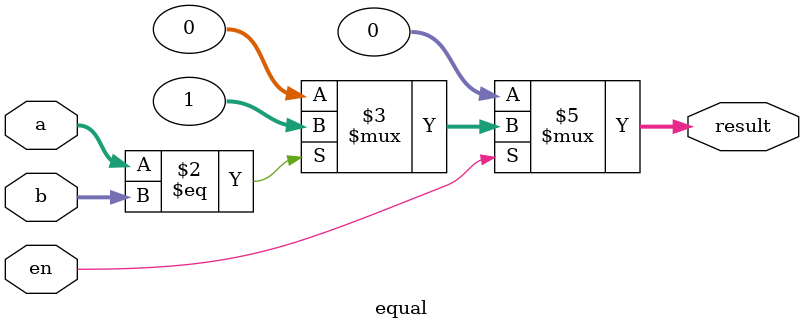
<source format=v>
module equal(
    input [31:0]a,b,
    input en,
    output reg[31:0]result
);
    always @(*) begin
        if(en)begin
            result = (a == b) ? 1 : 0;    
        end else begin
            result = 32'd0;  
        end
    end
endmodule
</source>
